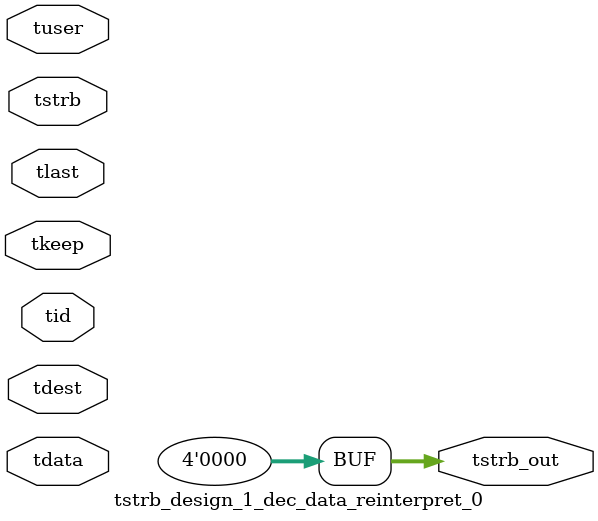
<source format=v>


`timescale 1ps/1ps

module tstrb_design_1_dec_data_reinterpret_0 #
(
parameter C_S_AXIS_TDATA_WIDTH = 32,
parameter C_S_AXIS_TUSER_WIDTH = 0,
parameter C_S_AXIS_TID_WIDTH   = 0,
parameter C_S_AXIS_TDEST_WIDTH = 0,
parameter C_M_AXIS_TDATA_WIDTH = 32
)
(
input  [(C_S_AXIS_TDATA_WIDTH == 0 ? 1 : C_S_AXIS_TDATA_WIDTH)-1:0     ] tdata,
input  [(C_S_AXIS_TUSER_WIDTH == 0 ? 1 : C_S_AXIS_TUSER_WIDTH)-1:0     ] tuser,
input  [(C_S_AXIS_TID_WIDTH   == 0 ? 1 : C_S_AXIS_TID_WIDTH)-1:0       ] tid,
input  [(C_S_AXIS_TDEST_WIDTH == 0 ? 1 : C_S_AXIS_TDEST_WIDTH)-1:0     ] tdest,
input  [(C_S_AXIS_TDATA_WIDTH/8)-1:0 ] tkeep,
input  [(C_S_AXIS_TDATA_WIDTH/8)-1:0 ] tstrb,
input                                                                    tlast,
output [(C_M_AXIS_TDATA_WIDTH/8)-1:0 ] tstrb_out
);

assign tstrb_out = {1'b0};

endmodule


</source>
